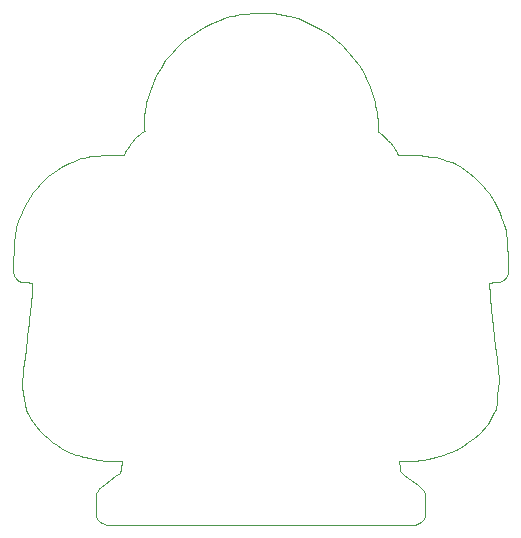
<source format=gtp>
G75*
%MOIN*%
%OFA0B0*%
%FSLAX25Y25*%
%IPPOS*%
%LPD*%
%AMOC8*
5,1,8,0,0,1.08239X$1,22.5*
%
%ADD10C,0.00394*%
D10*
X0027228Y0036301D02*
X0028907Y0035531D01*
X0030613Y0034956D01*
X0030958Y0034840D01*
X0031373Y0034712D01*
X0031832Y0034579D01*
X0032290Y0034446D01*
X0032790Y0034309D01*
X0033819Y0034039D01*
X0034348Y0033907D01*
X0034862Y0033785D01*
X0035376Y0033664D01*
X0035875Y0033552D01*
X0036332Y0033458D01*
X0036808Y0033360D01*
X0037340Y0033266D01*
X0037897Y0033181D01*
X0038454Y0033095D01*
X0039034Y0033017D01*
X0039608Y0032951D01*
X0040182Y0032884D01*
X0040748Y0032830D01*
X0041276Y0032790D01*
X0041803Y0032751D01*
X0042291Y0032727D01*
X0042709Y0032722D01*
X0042873Y0032720D01*
X0043120Y0032717D01*
X0043366Y0032714D01*
X0043694Y0032709D01*
X0044023Y0032705D01*
X0044352Y0032701D01*
X0044682Y0032697D01*
X0044930Y0032694D01*
X0045178Y0032691D01*
X0045345Y0032689D01*
X0045397Y0032689D01*
X0045444Y0032691D01*
X0045491Y0032694D01*
X0045538Y0032697D01*
X0045586Y0032701D01*
X0045679Y0032712D01*
X0045726Y0032718D01*
X0045773Y0032724D01*
X0045820Y0032731D01*
X0045866Y0032738D01*
X0045913Y0032745D01*
X0045871Y0032516D01*
X0045831Y0032300D01*
X0045755Y0031892D01*
X0045719Y0031700D01*
X0045684Y0031517D01*
X0045649Y0031334D01*
X0045616Y0031160D01*
X0045584Y0030994D01*
X0045551Y0030828D01*
X0045520Y0030670D01*
X0045490Y0030516D01*
X0045410Y0030115D01*
X0045172Y0028910D01*
X0043553Y0027695D01*
X0041934Y0026479D01*
X0040314Y0025264D01*
X0038695Y0024048D01*
X0038448Y0023862D01*
X0038225Y0023650D01*
X0038031Y0023417D01*
X0037838Y0023183D01*
X0037672Y0022929D01*
X0037402Y0022390D01*
X0037299Y0022105D01*
X0037228Y0021810D01*
X0037158Y0021515D01*
X0037122Y0021209D01*
X0037122Y0015012D01*
X0037232Y0014494D01*
X0037631Y0013552D01*
X0037919Y0013128D01*
X0038275Y0012772D01*
X0038631Y0012416D01*
X0039055Y0012127D01*
X0039997Y0011729D01*
X0040515Y0011618D01*
X0143486Y0011618D01*
X0144004Y0011729D01*
X0144946Y0012127D01*
X0145370Y0012416D01*
X0145727Y0012772D01*
X0146083Y0013128D01*
X0146371Y0013552D01*
X0146770Y0014494D01*
X0146880Y0015012D01*
X0146880Y0021158D01*
X0146845Y0021458D01*
X0146776Y0021750D01*
X0146708Y0022041D01*
X0146607Y0022323D01*
X0146476Y0022589D01*
X0146345Y0022856D01*
X0146183Y0023108D01*
X0145805Y0023572D01*
X0145589Y0023783D01*
X0145347Y0023969D01*
X0144462Y0024652D01*
X0144020Y0024994D01*
X0143577Y0025335D01*
X0143329Y0025528D01*
X0143046Y0025745D01*
X0142451Y0026200D01*
X0142138Y0026437D01*
X0141829Y0026671D01*
X0141520Y0026905D01*
X0141215Y0027136D01*
X0140932Y0027348D01*
X0140649Y0027560D01*
X0140388Y0027754D01*
X0140169Y0027916D01*
X0139793Y0028195D01*
X0139416Y0028473D01*
X0138664Y0029031D01*
X0138623Y0029340D01*
X0138501Y0030268D01*
X0138469Y0030505D01*
X0138439Y0030733D01*
X0138409Y0030952D01*
X0138379Y0031172D01*
X0138350Y0031383D01*
X0138321Y0031587D01*
X0138292Y0031792D01*
X0138264Y0031989D01*
X0138236Y0032181D01*
X0138208Y0032373D01*
X0138180Y0032558D01*
X0138152Y0032740D01*
X0138194Y0032734D01*
X0138235Y0032728D01*
X0138318Y0032717D01*
X0138359Y0032711D01*
X0138442Y0032701D01*
X0138483Y0032697D01*
X0138525Y0032694D01*
X0138567Y0032691D01*
X0138610Y0032689D01*
X0141395Y0032689D01*
X0141915Y0032715D01*
X0142480Y0032759D01*
X0143044Y0032804D01*
X0143654Y0032867D01*
X0144272Y0032943D01*
X0144889Y0033018D01*
X0145515Y0033106D01*
X0146110Y0033199D01*
X0146706Y0033292D01*
X0147272Y0033390D01*
X0147771Y0033487D01*
X0150344Y0033982D01*
X0152765Y0034702D01*
X0157261Y0036556D01*
X0159334Y0037691D01*
X0161212Y0039017D01*
X0163089Y0040344D01*
X0164770Y0041862D01*
X0167693Y0045250D01*
X0168936Y0047119D01*
X0169936Y0049148D01*
X0169979Y0049235D01*
X0170022Y0049320D01*
X0170064Y0049402D01*
X0170106Y0049484D01*
X0170147Y0049564D01*
X0170229Y0049720D01*
X0170269Y0049796D01*
X0170308Y0049869D01*
X0170348Y0049943D01*
X0170386Y0050015D01*
X0170423Y0050084D01*
X0170703Y0052420D01*
X0170984Y0054756D01*
X0171264Y0057092D01*
X0171544Y0059428D01*
X0171533Y0059510D01*
X0171515Y0059673D01*
X0171467Y0060125D01*
X0171438Y0060414D01*
X0171404Y0060750D01*
X0171370Y0061085D01*
X0171332Y0061467D01*
X0171292Y0061879D01*
X0171252Y0062290D01*
X0171209Y0062731D01*
X0171165Y0063185D01*
X0171120Y0063656D01*
X0171065Y0064182D01*
X0171005Y0064729D01*
X0170944Y0065276D01*
X0170879Y0065843D01*
X0170812Y0066394D01*
X0170746Y0066946D01*
X0170677Y0067482D01*
X0170546Y0068451D01*
X0170482Y0068884D01*
X0170425Y0069230D01*
X0170381Y0069497D01*
X0170334Y0069810D01*
X0170240Y0070485D01*
X0170193Y0070846D01*
X0170148Y0071207D01*
X0170103Y0071569D01*
X0170061Y0071931D01*
X0169988Y0072609D01*
X0169957Y0072925D01*
X0169935Y0073195D01*
X0169910Y0073500D01*
X0169876Y0073878D01*
X0169835Y0074301D01*
X0169794Y0074724D01*
X0169747Y0075191D01*
X0169696Y0075674D01*
X0169645Y0076157D01*
X0169591Y0076655D01*
X0169537Y0077140D01*
X0169482Y0077624D01*
X0169427Y0078096D01*
X0169375Y0078525D01*
X0169325Y0078939D01*
X0169272Y0079395D01*
X0169219Y0079866D01*
X0169167Y0080336D01*
X0169114Y0080821D01*
X0169065Y0081293D01*
X0169016Y0081764D01*
X0168970Y0082222D01*
X0168930Y0082637D01*
X0168890Y0083053D01*
X0168856Y0083427D01*
X0168831Y0083731D01*
X0168813Y0083952D01*
X0168794Y0084177D01*
X0168773Y0084404D01*
X0168752Y0084631D01*
X0168729Y0084860D01*
X0168704Y0085090D01*
X0168678Y0085320D01*
X0168650Y0085550D01*
X0168618Y0085780D01*
X0168585Y0086010D01*
X0168550Y0086239D01*
X0168509Y0086467D01*
X0168519Y0086467D01*
X0168425Y0087924D01*
X0168332Y0089381D01*
X0168238Y0090839D01*
X0168144Y0092296D01*
X0168772Y0092311D01*
X0169401Y0092325D01*
X0170029Y0092339D01*
X0170657Y0092353D01*
X0170919Y0092359D01*
X0171178Y0092391D01*
X0171683Y0092505D01*
X0171929Y0092586D01*
X0172164Y0092691D01*
X0172399Y0092795D01*
X0172624Y0092922D01*
X0172836Y0093071D01*
X0173047Y0093220D01*
X0173245Y0093390D01*
X0173425Y0093581D01*
X0173605Y0093771D02*
X0173765Y0093978D01*
X0173902Y0094197D01*
X0174040Y0094416D01*
X0174155Y0094648D01*
X0174246Y0094889D01*
X0174338Y0095129D01*
X0174406Y0095379D01*
X0174492Y0095889D01*
X0174510Y0096150D01*
X0174502Y0096412D01*
X0174457Y0097860D01*
X0174367Y0100756D01*
X0174322Y0102204D01*
X0174279Y0103556D01*
X0174240Y0104648D01*
X0174185Y0105583D01*
X0174130Y0106518D01*
X0174060Y0107296D01*
X0173957Y0108019D01*
X0173853Y0108742D01*
X0173717Y0109410D01*
X0173343Y0110843D01*
X0173105Y0111606D01*
X0172798Y0112520D01*
X0172275Y0114077D01*
X0171693Y0115535D01*
X0171042Y0116911D01*
X0170391Y0118287D01*
X0169670Y0119582D01*
X0168066Y0122042D01*
X0167183Y0123208D01*
X0166208Y0124328D01*
X0165232Y0125447D01*
X0164164Y0126520D01*
X0162992Y0127564D01*
X0161603Y0128801D01*
X0160189Y0129859D01*
X0158707Y0130754D01*
X0157225Y0131649D01*
X0155675Y0132381D01*
X0154016Y0132965D01*
X0152356Y0133548D01*
X0150587Y0133983D01*
X0148665Y0134285D01*
X0146744Y0134587D01*
X0144670Y0134755D01*
X0142403Y0134804D01*
X0142152Y0134809D01*
X0141764Y0134817D01*
X0141377Y0134826D01*
X0140853Y0134837D01*
X0139762Y0134860D01*
X0139195Y0134873D01*
X0138246Y0134893D01*
X0137865Y0134901D01*
X0137692Y0134904D01*
X0137530Y0135373D01*
X0137342Y0135809D01*
X0137122Y0136229D01*
X0136902Y0136649D01*
X0136650Y0137052D01*
X0136361Y0137453D01*
X0136073Y0137854D01*
X0135748Y0138252D01*
X0135382Y0138663D01*
X0135015Y0139074D01*
X0134608Y0139497D01*
X0134154Y0139948D01*
X0134101Y0140000D01*
X0134050Y0140052D01*
X0134000Y0140102D01*
X0133950Y0140153D01*
X0133902Y0140203D01*
X0133854Y0140252D01*
X0133807Y0140301D01*
X0133761Y0140349D01*
X0133715Y0140396D01*
X0133670Y0140443D01*
X0133626Y0140489D01*
X0133583Y0140535D01*
X0133373Y0140754D01*
X0133168Y0140960D01*
X0132760Y0141350D01*
X0132557Y0141534D01*
X0132351Y0141706D01*
X0132146Y0141879D01*
X0131939Y0142041D01*
X0131514Y0142344D01*
X0131296Y0142485D01*
X0131070Y0142617D01*
X0131108Y0142743D01*
X0131141Y0142870D01*
X0131193Y0143127D01*
X0131213Y0143257D01*
X0131226Y0143387D01*
X0131240Y0143518D01*
X0131246Y0143650D01*
X0131246Y0143782D01*
X0131246Y0143915D01*
X0131239Y0144048D01*
X0131225Y0144181D01*
X0131166Y0144738D01*
X0131107Y0145296D01*
X0131047Y0145854D01*
X0130988Y0146412D01*
X0130839Y0147817D01*
X0130676Y0149070D01*
X0130483Y0150227D01*
X0130291Y0151383D01*
X0130069Y0152443D01*
X0129805Y0153462D01*
X0129540Y0154481D01*
X0129232Y0155459D01*
X0128867Y0156452D01*
X0128501Y0157444D01*
X0128078Y0158452D01*
X0127582Y0159529D01*
X0126350Y0162205D01*
X0124834Y0164703D01*
X0121311Y0169280D01*
X0119303Y0171358D01*
X0117087Y0173196D01*
X0114871Y0175034D01*
X0112447Y0176631D01*
X0109853Y0177956D01*
X0107259Y0179281D01*
X0104494Y0180333D01*
X0101597Y0181081D01*
X0100746Y0181301D01*
X0100006Y0181476D01*
X0099304Y0181616D01*
X0098602Y0181756D01*
X0097938Y0181861D01*
X0096536Y0182015D01*
X0095799Y0182065D01*
X0094951Y0182095D01*
X0094103Y0182125D01*
X0093144Y0182136D01*
X0090593Y0182136D01*
X0089357Y0182106D01*
X0087077Y0181961D01*
X0086033Y0181845D01*
X0085010Y0181675D01*
X0083987Y0181505D01*
X0082985Y0181279D01*
X0081929Y0180986D01*
X0080873Y0180693D01*
X0079764Y0180333D01*
X0078527Y0179892D01*
X0075787Y0178917D01*
X0073184Y0177630D01*
X0068342Y0174521D01*
X0066104Y0172699D01*
X0064091Y0170656D01*
X0062079Y0168612D01*
X0060294Y0166347D01*
X0058779Y0163905D01*
X0057264Y0161463D01*
X0056021Y0158844D01*
X0055093Y0156093D01*
X0054754Y0155088D01*
X0054467Y0154159D01*
X0054226Y0153280D01*
X0053986Y0152401D01*
X0053793Y0151573D01*
X0053492Y0149969D01*
X0053383Y0149192D01*
X0053312Y0148417D01*
X0053242Y0147641D01*
X0053209Y0146867D01*
X0053209Y0143675D01*
X0053213Y0143586D01*
X0053227Y0143412D01*
X0053238Y0143325D01*
X0053252Y0143240D01*
X0053265Y0143154D01*
X0053281Y0143070D01*
X0053300Y0142986D01*
X0053318Y0142902D01*
X0053339Y0142819D01*
X0053361Y0142737D01*
X0052643Y0142331D01*
X0051934Y0141833D01*
X0050574Y0140701D01*
X0049924Y0140066D01*
X0049323Y0139385D01*
X0048723Y0138705D01*
X0048173Y0137979D01*
X0047694Y0137231D01*
X0047214Y0136483D01*
X0046806Y0135713D01*
X0046488Y0134943D01*
X0046482Y0134943D01*
X0046477Y0134944D01*
X0046471Y0134944D01*
X0046466Y0134945D01*
X0046460Y0134946D01*
X0046455Y0134946D01*
X0046449Y0134947D01*
X0046443Y0134948D01*
X0046438Y0134949D01*
X0046432Y0134949D01*
X0046427Y0134949D01*
X0046408Y0134949D01*
X0046063Y0134936D01*
X0045040Y0134897D01*
X0044364Y0134871D01*
X0043014Y0134819D01*
X0042341Y0134792D01*
X0041331Y0134753D01*
X0040996Y0134740D01*
X0039350Y0134676D01*
X0037935Y0134586D01*
X0035398Y0134319D01*
X0034277Y0134140D01*
X0033217Y0133898D01*
X0032157Y0133657D01*
X0031160Y0133351D01*
X0030141Y0132963D01*
X0029122Y0132575D01*
X0028081Y0132103D01*
X0026934Y0131530D01*
X0025445Y0130786D01*
X0023992Y0129863D01*
X0021211Y0127720D01*
X0019884Y0126499D01*
X0018648Y0125158D01*
X0017411Y0123818D01*
X0016265Y0122358D01*
X0015236Y0120808D01*
X0014208Y0119258D01*
X0013297Y0117619D01*
X0012532Y0115919D01*
X0012022Y0114788D01*
X0011605Y0113770D01*
X0010920Y0111780D01*
X0010652Y0110808D01*
X0010441Y0109771D01*
X0010229Y0108734D01*
X0010073Y0107630D01*
X0009956Y0106372D01*
X0009838Y0105114D01*
X0009759Y0103701D01*
X0009699Y0102044D01*
X0009648Y0100641D01*
X0009548Y0097834D01*
X0009497Y0096430D01*
X0009488Y0096167D01*
X0009505Y0095906D01*
X0009547Y0095650D01*
X0009590Y0095394D01*
X0009657Y0095143D01*
X0009748Y0094901D01*
X0009839Y0094660D01*
X0009954Y0094427D01*
X0010228Y0093987D01*
X0010388Y0093779D01*
X0010568Y0093587D01*
X0010749Y0093396D01*
X0010947Y0093225D01*
X0011370Y0092925D01*
X0011596Y0092797D01*
X0012067Y0092588D01*
X0012314Y0092506D01*
X0012567Y0092449D01*
X0012820Y0092392D01*
X0013080Y0092359D01*
X0013343Y0092353D01*
X0013997Y0092338D01*
X0014651Y0092323D01*
X0015306Y0092309D01*
X0015960Y0092294D01*
X0015791Y0089382D01*
X0015707Y0087926D01*
X0015622Y0086471D01*
X0015607Y0086321D01*
X0015589Y0086146D01*
X0015569Y0085951D01*
X0015548Y0085755D01*
X0015525Y0085538D01*
X0015499Y0085303D01*
X0015473Y0085068D01*
X0015445Y0084814D01*
X0015414Y0084546D01*
X0015384Y0084277D01*
X0015351Y0083993D01*
X0015316Y0083697D01*
X0015260Y0083226D01*
X0015082Y0081732D01*
X0014960Y0080709D01*
X0014696Y0078497D01*
X0014555Y0077308D01*
X0014425Y0076231D01*
X0014296Y0075153D01*
X0014180Y0074188D01*
X0014100Y0073527D01*
X0013695Y0070179D01*
X0013390Y0067585D01*
X0013161Y0065569D01*
X0012931Y0063553D01*
X0012778Y0062116D01*
X0012675Y0061085D01*
X0012572Y0060053D01*
X0012520Y0059426D01*
X0012493Y0059029D01*
X0012466Y0058633D01*
X0012465Y0058467D01*
X0012464Y0058358D01*
X0012462Y0058112D01*
X0012459Y0057866D01*
X0012457Y0057620D01*
X0012455Y0057374D01*
X0012791Y0055490D01*
X0013127Y0053605D01*
X0013462Y0051721D01*
X0013798Y0049836D01*
X0013841Y0049756D01*
X0013885Y0049674D01*
X0013930Y0049590D01*
X0013975Y0049506D01*
X0014021Y0049420D01*
X0014067Y0049331D01*
X0014114Y0049242D01*
X0014162Y0049151D01*
X0014258Y0048965D01*
X0014307Y0048869D01*
X0014356Y0048771D01*
X0015119Y0047248D01*
X0016090Y0045767D01*
X0017224Y0044366D01*
X0018358Y0042966D01*
X0019655Y0041645D01*
X0021069Y0040442D01*
X0022484Y0039240D01*
X0024017Y0038156D01*
X0025623Y0037229D01*
X0027228Y0036301D01*
M02*

</source>
